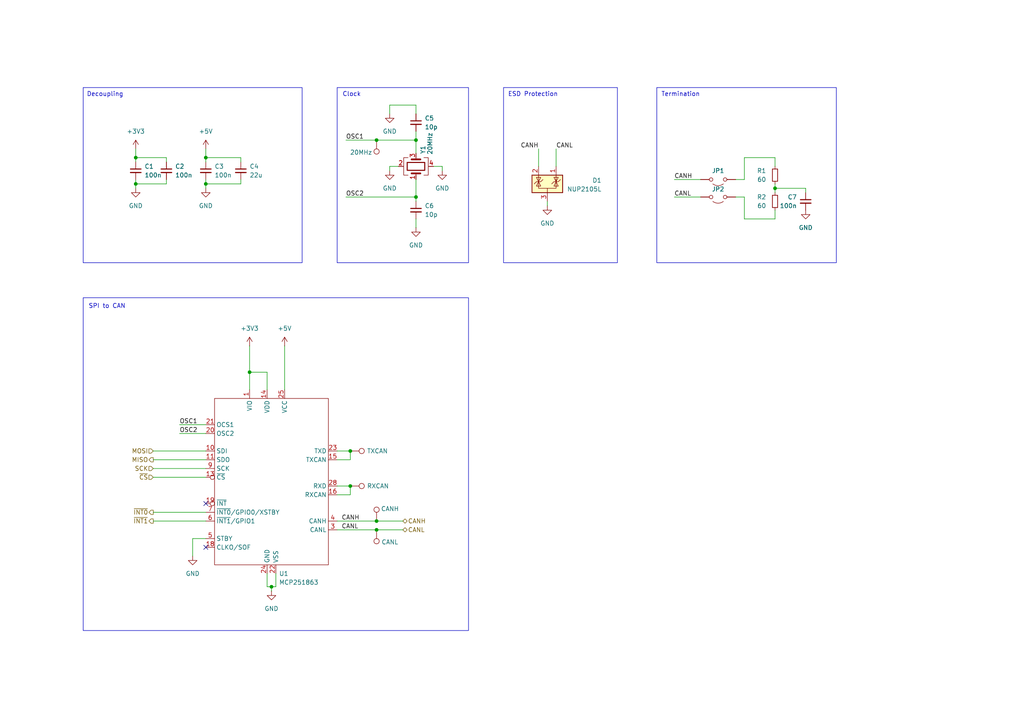
<source format=kicad_sch>
(kicad_sch (version 20241004) (generator "eeschema") (generator_version "8.99")
  (paper "A4")
  (lib_symbols
    (symbol "Connector:TestPoint" (pin_numbers (hide yes)) (pin_names (offset 0.762) (hide yes))
      (property "Reference" "TP" (at 0 6.858 0))
      (property "Value" "TestPoint" (at 0 5.08 0))
      (symbol "TestPoint_0_1"
        (circle (center 0 3.302) (radius 0.762))
      )
      (symbol "TestPoint_1_1"
        (pin passive line (at 0 0 90) (length 2.54) (name "1") (number "1"))
      )
    )
    (symbol "Device:C_Small" (pin_numbers (hide yes)) (pin_names (offset 0.254) (hide yes))
      (property "Reference" "C" (at 0.254 1.778 0))
      (property "Value" "C_Small" (at 0.254 -2.032 0))
      (symbol "C_Small_0_1"
        (polyline (pts (xy -1.524 0.508) (xy 1.524 0.508)) (stroke (width 0.3048)))
        (polyline (pts (xy -1.524 -0.508) (xy 1.524 -0.508)) (stroke (width 0.3302)))
      )
      (symbol "C_Small_1_1"
        (pin passive line (at 0 2.54 270) (length 2.032) (name "~") (number "1"))
        (pin passive line (at 0 -2.54 90) (length 2.032) (name "~") (number "2"))
      )
    )
    (symbol "Device:Crystal_GND24" (pin_names (offset 1.016) (hide yes))
      (property "Reference" "Y" (at 3.175 5.08 0))
      (property "Value" "Crystal_GND24" (at 3.175 3.175 0))
      (symbol "Crystal_GND24_0_1"
        (polyline (pts (xy -2.54 2.286) (xy -2.54 3.556) (xy 2.54 3.556) (xy 2.54 2.286)))
        (polyline (pts (xy -2.54 0) (xy -2.032 0)))
        (polyline (pts (xy -2.54 -2.286) (xy -2.54 -3.556) (xy 2.54 -3.556) (xy 2.54 -2.286)))
        (polyline (pts (xy -2.032 -1.27) (xy -2.032 1.27)) (stroke (width 0.508)))
        (rectangle (start -1.143 2.54) (end 1.143 -2.54) (stroke (width 0.3048)))
        (polyline (pts (xy 0 3.556) (xy 0 3.81)))
        (polyline (pts (xy 0 -3.81) (xy 0 -3.556)))
        (polyline (pts (xy 2.032 0) (xy 2.54 0)))
        (polyline (pts (xy 2.032 -1.27) (xy 2.032 1.27)) (stroke (width 0.508)))
      )
      (symbol "Crystal_GND24_1_1"
        (pin passive line (at -3.81 0 0) (length 1.27) (name "1") (number "1"))
        (pin passive line (at 0 5.08 270) (length 1.27) (name "2") (number "2"))
        (pin passive line (at 0 -5.08 90) (length 1.27) (name "4") (number "4"))
        (pin passive line (at 3.81 0 180) (length 1.27) (name "3") (number "3"))
      )
    )
    (symbol "Device:R_Small" (pin_numbers (hide yes)) (pin_names (offset 0.254) (hide yes))
      (property "Reference" "R" (at 0.762 0.508 0))
      (property "Value" "R_Small" (at 0.762 -1.016 0))
      (symbol "R_Small_0_1"
        (rectangle (start -0.762 1.778) (end 0.762 -1.778) (stroke (width 0.2032)))
      )
      (symbol "R_Small_1_1"
        (pin passive line (at 0 2.54 270) (length 0.762) (name "~") (number "1"))
        (pin passive line (at 0 -2.54 90) (length 0.762) (name "~") (number "2"))
      )
    )
    (symbol "Jumper:Jumper_2_Open" (pin_numbers (hide yes)) (pin_names (offset 0) (hide yes)) (exclude_from_sim yes)
      (property "Reference" "JP" (at 0 2.794 0))
      (property "Value" "Jumper_2_Open" (at 0 -2.286 0))
      (symbol "Jumper_2_Open_0_0"
        (circle (center -2.032 0) (radius 0.508))
        (circle (center 2.032 0) (radius 0.508))
      )
      (symbol "Jumper_2_Open_0_1"
        (arc (start -1.524 1.27) (mid 0 1.778) (end 1.524 1.27))
      )
      (symbol "Jumper_2_Open_1_1"
        (pin passive line (at -5.08 0 0) (length 2.54) (name "A") (number "1"))
        (pin passive line (at 5.08 0 180) (length 2.54) (name "B") (number "2"))
      )
    )
    (symbol "Power_Protection:NUP2105L" (pin_names (hide yes))
      (property "Reference" "D" (at 5.715 2.54 0))
      (property "Value" "NUP2105L" (at 5.715 0.635 0))
      (symbol "NUP2105L_0_0"
        (pin passive line (at 0 -5.08 90) (length 2.54) (name "A") (number "3"))
      )
      (symbol "NUP2105L_0_1"
        (rectangle (start -4.445 2.54) (end 4.445 -2.54) (stroke (width 0.254)) (fill (type background)))
        (polyline (pts (xy -3.81 1.27) (xy -3.175 0.635) (xy -1.905 0.635) (xy -1.27 0)))
        (polyline (pts (xy -2.54 2.54) (xy -2.54 0.635)))
        (polyline (pts (xy -2.54 0.635) (xy -3.175 1.905) (xy -1.905 1.905) (xy -2.54 0.635) (xy -2.54 1.27)))
        (polyline (pts (xy -2.54 0.635) (xy -2.54 -1.27) (xy 2.54 -1.27) (xy 2.54 0.635)))
        (polyline (pts (xy -2.54 0.635) (xy -1.905 -0.635) (xy -3.175 -0.635) (xy -2.54 0.635)))
        (polyline (pts (xy 0 -1.27) (xy 0 -2.54)))
        (polyline (pts (xy 1.27 1.27) (xy 1.905 0.635) (xy 2.54 0.635) (xy 3.175 0.635) (xy 3.81 0)))
        (polyline (pts (xy 2.54 2.54) (xy 2.54 0.635)))
        (polyline (pts (xy 2.54 0.635) (xy 1.905 -0.635) (xy 3.175 -0.635) (xy 2.54 0.635)))
        (polyline (pts (xy 2.54 0.635) (xy 3.175 1.905) (xy 1.905 1.905) (xy 2.54 0.635)))
      )
      (symbol "NUP2105L_1_1"
        (pin passive line (at -2.54 5.08 270) (length 2.54) (name "K") (number "1"))
        (pin passive line (at 2.54 5.08 270) (length 2.54) (name "K") (number "2"))
      )
    )
    (symbol "power:+3V3" (power) (pin_numbers (hide yes)) (pin_names (offset 0) (hide yes))
      (property "Value" "+3V3" (at 0 3.556 0))
      (symbol "+3V3_0_1"
        (polyline (pts (xy -0.762 1.27) (xy 0 2.54)))
        (polyline (pts (xy 0 2.54) (xy 0.762 1.27)))
        (polyline (pts (xy 0 0) (xy 0 2.54)))
      )
      (symbol "+3V3_1_1"
        (pin power_in line (at 0 0 90) (length 0) (name "~") (number "1"))
      )
    )
    (symbol "power:+5V" (power) (pin_numbers (hide yes)) (pin_names (offset 0) (hide yes))
      (property "Value" "+5V" (at 0 3.556 0))
      (symbol "+5V_0_1"
        (polyline (pts (xy -0.762 1.27) (xy 0 2.54)))
        (polyline (pts (xy 0 2.54) (xy 0.762 1.27)))
        (polyline (pts (xy 0 0) (xy 0 2.54)))
      )
      (symbol "+5V_1_1"
        (pin power_in line (at 0 0 90) (length 0) (name "~") (number "1"))
      )
    )
    (symbol "power:GND" (power) (pin_numbers (hide yes)) (pin_names (offset 0) (hide yes))
      (property "Value" "GND" (at 0 -3.81 0))
      (symbol "GND_0_1"
        (polyline (pts (xy 0 0) (xy 0 -1.27) (xy 1.27 -1.27) (xy 0 -2.54) (xy -1.27 -1.27) (xy 0 -1.27)))
      )
      (symbol "GND_1_1"
        (pin power_in line (at 0 0 270) (length 0) (name "~") (number "1"))
      )
    )
    (symbol "slcan:MCP251863"
      (property "Reference" "U" (at -13.97 27.432 0))
      (property "Value" "MCP251863" (at 13.462 -25.4 0))
      (symbol "MCP251863_0_0"
        (pin input line (at -17.78 17.78 0) (length 2.54) (name "OCS1") (number "21"))
        (pin output line (at -17.78 15.24 0) (length 2.54) (name "OSC2") (number "20"))
        (pin input line (at -17.78 10.16 0) (length 2.54) (name "SDI") (number "10"))
        (pin output line (at -17.78 7.62 0) (length 2.54) (name "SDO") (number "11"))
        (pin input line (at -17.78 5.08 0) (length 2.54) (name "SCK") (number "9"))
        (pin input inverted (at -17.78 2.54 0) (length 2.54) (name "~{CS}") (number "13"))
        (pin output inverted (at -17.78 -5.08 0) (length 2.54) (name "~{INT}") (number "19"))
        (pin input line (at -17.78 -15.24 0) (length 2.54) (name "STBY") (number "5"))
        (pin output line (at -17.78 -17.78 0) (length 2.54) (name "CLKO/SOF") (number "18"))
        (pin power_in line (at 0 27.94 270) (length 2.54) (name "VDD") (number "14"))
        (pin passive line (at 0 -25.4 90) (length 2.54) (name "GND") (number "24"))
        (pin passive line (at 2.54 -25.4 90) (length 2.54) (name "VSS") (number "22"))
        (pin power_in line (at 5.08 27.94 270) (length 2.54) (name "VCC") (number "25"))
        (pin input line (at 20.32 10.16 180) (length 2.54) (name "TXD") (number "23"))
        (pin output line (at 20.32 7.62 180) (length 2.54) (name "TXCAN") (number "15"))
        (pin output line (at 20.32 0 180) (length 2.54) (name "RXD") (number "28"))
        (pin input line (at 20.32 -2.54 180) (length 2.54) (name "RXCAN") (number "16"))
        (pin bidirectional line (at 20.32 -10.16 180) (length 2.54) (name "CANH") (number "4"))
        (pin bidirectional line (at 20.32 -12.7 180) (length 2.54) (name "CANL") (number "3"))
      )
      (symbol "MCP251863_0_1"
        (rectangle (start -15.24 25.4) (end 17.78 -22.86))
      )
      (symbol "MCP251863_1_0"
        (pin bidirectional line (at -17.78 -7.62 0) (length 2.54) (name "~{INT0}/GPIO0/XSTBY") (number "7"))
        (pin bidirectional line (at -17.78 -10.16 0) (length 2.54) (name "~{INT1}/GPIO1") (number "6"))
        (pin no_connect line (at -15.24 -25.4 90) (length 2.54) (hide yes) (name "NC") (number "12"))
        (pin no_connect line (at -12.7 -25.4 90) (length 2.54) (hide yes) (name "NC") (number "8"))
        (pin no_connect line (at -10.16 -25.4 90) (length 2.54) (hide yes) (name "NC") (number "2"))
        (pin no_connect line (at -7.62 -25.4 90) (length 2.54) (hide yes) (name "NC") (number "26"))
        (pin power_in line (at -5.08 27.94 270) (length 2.54) (name "VIO") (number "1"))
        (pin no_connect line (at -5.08 -25.4 90) (length 2.54) (hide yes) (name "NC") (number "27"))
        (pin no_connect line (at -2.54 -25.4 90) (length 2.54) (hide yes) (name "NC") (number "17"))
      )
    )
  )
  (rectangle (start 190.5 25.4) (end 242.57 76.2))
  (rectangle (start 24.13 25.4) (end 87.63 76.2))
  (rectangle (start 146.05 25.4) (end 179.07 76.2))
  (rectangle (start 24.13 86.36) (end 135.89 182.88))
  (rectangle (start 97.79 25.4) (end 135.89 76.2))
  (text "Clock" (at 99.314 27.432 0) (effects (font (size 1.27 1.27)) (justify left)))
  (text "ESD Protection" (at 147.32 27.432 0) (effects (font (size 1.27 1.27)) (justify left)))
  (text "Termination" (at 191.77 27.432 0) (effects (font (size 1.27 1.27)) (justify left)))
  (text "SPI to CAN" (at 25.654 88.9 0) (effects (font (size 1.27 1.27)) (justify left)))
  (text "Decoupling" (at 25.146 27.432 0) (effects (font (size 1.27 1.27)) (justify left)))
  (junction (at 59.69 53.34))
  (junction (at 39.37 53.34))
  (junction (at 72.39 107.95))
  (junction (at 78.74 170.18))
  (junction (at 120.65 57.15))
  (junction (at 101.6 130.81))
  (junction (at 120.65 40.64))
  (junction (at 109.22 153.67))
  (junction (at 109.22 151.13))
  (junction (at 224.79 54.61))
  (junction (at 109.22 40.64))
  (junction (at 39.37 45.72))
  (junction (at 59.69 45.72))
  (junction (at 101.6 140.97))
  (no_connect (at 59.69 146.05))
  (no_connect (at 59.69 158.75))
  (wire (pts (xy 109.22 153.67) (xy 116.84 153.67)))
  (wire (pts (xy 52.07 125.73) (xy 59.69 125.73)))
  (wire (pts (xy 233.68 55.88) (xy 233.68 54.61)))
  (wire (pts (xy 97.79 130.81) (xy 101.6 130.81)))
  (wire (pts (xy 113.03 48.26) (xy 113.03 49.53)))
  (wire (pts (xy 72.39 107.95) (xy 72.39 113.03)))
  (wire (pts (xy 69.85 46.99) (xy 69.85 45.72)))
  (wire (pts (xy 195.58 52.07) (xy 203.2 52.07)))
  (wire (pts (xy 120.65 63.5) (xy 120.65 66.04)))
  (wire (pts (xy 113.03 48.26) (xy 115.57 48.26)))
  (wire (pts (xy 44.45 130.81) (xy 59.69 130.81)))
  (wire (pts (xy 44.45 138.43) (xy 59.69 138.43)))
  (wire (pts (xy 39.37 53.34) (xy 39.37 54.61)))
  (wire (pts (xy 39.37 43.18) (xy 39.37 45.72)))
  (wire (pts (xy 113.03 30.48) (xy 120.65 30.48)))
  (wire (pts (xy 100.33 40.64) (xy 109.22 40.64)))
  (wire (pts (xy 59.69 53.34) (xy 69.85 53.34)))
  (wire (pts (xy 39.37 53.34) (xy 48.26 53.34)))
  (wire (pts (xy 52.07 123.19) (xy 59.69 123.19)))
  (wire (pts (xy 101.6 140.97) (xy 101.6 143.51)))
  (wire (pts (xy 44.45 148.59) (xy 59.69 148.59)))
  (wire (pts (xy 125.73 48.26) (xy 128.27 48.26)))
  (wire (pts (xy 69.85 45.72) (xy 59.69 45.72)))
  (wire (pts (xy 80.01 170.18) (xy 80.01 166.37)))
  (wire (pts (xy 120.65 38.1) (xy 120.65 40.64)))
  (wire (pts (xy 59.69 53.34) (xy 59.69 54.61)))
  (wire (pts (xy 55.88 156.21) (xy 55.88 161.29)))
  (wire (pts (xy 120.65 40.64) (xy 120.65 44.45)))
  (wire (pts (xy 224.79 53.34) (xy 224.79 54.61)))
  (wire (pts (xy 48.26 45.72) (xy 48.26 46.99)))
  (wire (pts (xy 224.79 60.96) (xy 224.79 63.5)))
  (wire (pts (xy 69.85 52.07) (xy 69.85 53.34)))
  (wire (pts (xy 59.69 156.21) (xy 55.88 156.21)))
  (wire (pts (xy 113.03 33.02) (xy 113.03 30.48)))
  (wire (pts (xy 215.9 45.72) (xy 215.9 52.07)))
  (wire (pts (xy 78.74 170.18) (xy 80.01 170.18)))
  (wire (pts (xy 44.45 133.35) (xy 59.69 133.35)))
  (wire (pts (xy 97.79 151.13) (xy 109.22 151.13)))
  (wire (pts (xy 78.74 171.45) (xy 78.74 170.18)))
  (wire (pts (xy 77.47 107.95) (xy 77.47 113.03)))
  (wire (pts (xy 128.27 48.26) (xy 128.27 49.53)))
  (wire (pts (xy 72.39 100.33) (xy 72.39 107.95)))
  (wire (pts (xy 224.79 54.61) (xy 224.79 55.88)))
  (wire (pts (xy 195.58 57.15) (xy 203.2 57.15)))
  (wire (pts (xy 97.79 153.67) (xy 109.22 153.67)))
  (wire (pts (xy 97.79 140.97) (xy 101.6 140.97)))
  (wire (pts (xy 59.69 45.72) (xy 59.69 46.99)))
  (wire (pts (xy 120.65 52.07) (xy 120.65 57.15)))
  (wire (pts (xy 215.9 52.07) (xy 213.36 52.07)))
  (wire (pts (xy 100.33 57.15) (xy 120.65 57.15)))
  (wire (pts (xy 224.79 48.26) (xy 224.79 45.72)))
  (wire (pts (xy 101.6 130.81) (xy 101.6 133.35)))
  (wire (pts (xy 59.69 52.07) (xy 59.69 53.34)))
  (wire (pts (xy 224.79 45.72) (xy 215.9 45.72)))
  (wire (pts (xy 59.69 43.18) (xy 59.69 45.72)))
  (wire (pts (xy 101.6 133.35) (xy 97.79 133.35)))
  (wire (pts (xy 44.45 151.13) (xy 59.69 151.13)))
  (wire (pts (xy 120.65 30.48) (xy 120.65 33.02)))
  (wire (pts (xy 77.47 166.37) (xy 77.47 170.18)))
  (wire (pts (xy 215.9 57.15) (xy 213.36 57.15)))
  (wire (pts (xy 77.47 170.18) (xy 78.74 170.18)))
  (wire (pts (xy 39.37 52.07) (xy 39.37 53.34)))
  (wire (pts (xy 101.6 143.51) (xy 97.79 143.51)))
  (wire (pts (xy 48.26 53.34) (xy 48.26 52.07)))
  (wire (pts (xy 215.9 63.5) (xy 215.9 57.15)))
  (wire (pts (xy 109.22 151.13) (xy 116.84 151.13)))
  (wire (pts (xy 44.45 135.89) (xy 59.69 135.89)))
  (wire (pts (xy 39.37 45.72) (xy 48.26 45.72)))
  (wire (pts (xy 39.37 46.99) (xy 39.37 45.72)))
  (wire (pts (xy 72.39 107.95) (xy 77.47 107.95)))
  (wire (pts (xy 161.29 43.18) (xy 161.29 48.26)))
  (wire (pts (xy 224.79 63.5) (xy 215.9 63.5)))
  (wire (pts (xy 109.22 40.64) (xy 120.65 40.64)))
  (wire (pts (xy 233.68 54.61) (xy 224.79 54.61)))
  (wire (pts (xy 158.75 58.42) (xy 158.75 59.69)))
  (wire (pts (xy 82.55 100.33) (xy 82.55 113.03)))
  (wire (pts (xy 156.21 43.18) (xy 156.21 48.26)))
  (wire (pts (xy 120.65 57.15) (xy 120.65 58.42)))
  (label "OSC1" (at 100.33 40.64 0))
  (label "CANL" (at 161.29 43.18 0))
  (label "CANH" (at 156.21 43.18 180))
  (label "OSC2" (at 100.33 57.15 0))
  (label "OSC1" (at 52.07 123.19 0))
  (label "CANL" (at 99.06 153.67 0))
  (label "CANH" (at 195.58 52.07 0))
  (label "CANL" (at 195.58 57.15 0))
  (label "OSC2" (at 52.07 125.73 0))
  (label "CANH" (at 99.06 151.13 0))
  (hierarchical_label "MOSI" (shape input) (at 44.45 130.81 180))
  (hierarchical_label "CANH" (shape bidirectional) (at 116.84 151.13 0))
  (hierarchical_label "~{CS}" (shape input) (at 44.45 138.43 180))
  (hierarchical_label "CANL" (shape bidirectional) (at 116.84 153.67 0))
  (hierarchical_label "~{INT1}" (shape output) (at 44.45 151.13 180))
  (hierarchical_label "SCK" (shape input) (at 44.45 135.89 180))
  (hierarchical_label "MISO" (shape output) (at 44.45 133.35 180))
  (hierarchical_label "~{INT0}" (shape output) (at 44.45 148.59 180))
  (symbol (lib_id "Connector:TestPoint") (at 109.22 40.64 180) (unit 1) (in_bom no)
    (property "Reference" "TP5" (effects (hide yes)))
    (property "Value" "20MHz" (at 107.95 44.196 0) (effects (justify left)))
    (property "Footprint" "TestPoint:TestPoint_THTPad_D1.0mm_Drill0.5mm" (effects (hide yes)))
    (property "Description" "test point" (effects (hide yes)))
  )
  (symbol (lib_id "Device:C_Small") (at 59.69 49.53 0) (unit 1)
    (property "Reference" "C3" (at 62.23 48.2662 0) (effects (justify left)))
    (property "Value" "100n" (at 62.23 50.8062 0) (effects (justify left)))
    (property "Footprint" "Capacitor_SMD:C_0402_1005Metric" (effects (hide yes)))
    (property "Description" "Unpolarized capacitor, small symbol" (effects (hide yes)))
    (property "LCSC Part#" "C1525" (effects (hide yes)))
  )
  (symbol (lib_id "slcan:MCP251863") (at 77.47 140.97 0) (unit 1)
    (property "Reference" "U1" (at 80.9341 166.37 0) (effects (justify left)))
    (property "Value" "MCP251863" (at 80.9341 168.91 0) (effects (justify left)))
    (property "Footprint" "Package_SO:SSOP-28_5.3x10.2mm_P0.65mm" (effects (hide yes)))
    (property "Datasheet" "https://www.lcsc.com/datasheet/lcsc_datasheet_2211080430_Microchip-Tech-MCP251863T-E-SS_C5226885.pdf" (effects (hide yes)))
    (property "Description" "External CAN FD Controller with Integrated Transceiver" (effects (hide yes)))
    (property "LCSC Part#" "C5226885" (effects (hide yes)))
  )
  (symbol (lib_id "Device:Crystal_GND24") (at 120.65 48.26 90) (unit 1)
    (property "Reference" "Y1" (at 122.682 43.434 0))
    (property "Value" "20MHz" (at 124.714 41.656 0))
    (property "Footprint" "Crystal:Crystal_SMD_3225-4Pin_3.2x2.5mm" (effects (hide yes)))
    (property "Datasheet" "https://www.lcsc.com/datasheet/lcsc_datasheet_2404101406_Huiyuan-crystal-HY20MSMD3225EB1R30_C7275100.pdf" (effects (hide yes)))
    (property "Description" "Four pin crystal, GND on pins 2 and 4" (effects (hide yes)))
    (property "LCSC Part#" "C7275100" (effects (hide yes)))
  )
  (symbol (lib_id "Connector:TestPoint") (at 109.22 151.13 0) (unit 1) (in_bom no)
    (property "Reference" "TP3" (effects (hide yes)))
    (property "Value" "CANH" (at 110.49 147.574 0) (effects (justify left)))
    (property "Footprint" "TestPoint:TestPoint_THTPad_D1.0mm_Drill0.5mm" (effects (hide yes)))
    (property "Description" "test point" (effects (hide yes)))
  )
  (symbol (lib_id "power:+5V") (at 82.55 100.33 0) (unit 1)
    (property "Reference" "#PWR011" (effects (hide yes)))
    (property "Value" "+5V" (at 82.55 95.25 0))
    (property "Description" "Power symbol creates a global label with name \"+5V\"" (effects (hide yes)))
  )
  (symbol (lib_id "power:GND") (at 233.68 60.96 0) (mirror y) (unit 1)
    (property "Reference" "#PWR017" (effects (hide yes)))
    (property "Value" "GND" (at 233.68 66.04 0))
    (property "Description" "Power symbol creates a global label with name \"GND\" , ground" (effects (hide yes)))
  )
  (symbol (lib_id "power:GND") (at 158.75 59.69 0) (unit 1)
    (property "Reference" "#PWR014" (effects (hide yes)))
    (property "Value" "GND" (at 158.75 64.77 0))
    (property "Description" "Power symbol creates a global label with name \"GND\" , ground" (effects (hide yes)))
  )
  (symbol (lib_id "power:GND") (at 113.03 49.53 0) (unit 1)
    (property "Reference" "#PWR013" (effects (hide yes)))
    (property "Value" "GND" (at 113.03 54.61 0))
    (property "Description" "Power symbol creates a global label with name \"GND\" , ground" (effects (hide yes)))
  )
  (symbol (lib_id "Connector:TestPoint") (at 101.6 130.81 270) (unit 1) (in_bom no)
    (property "Reference" "TP1" (effects (hide yes)))
    (property "Value" "TXCAN" (at 106.426 130.81 90) (effects (justify left)))
    (property "Footprint" "TestPoint:TestPoint_THTPad_D1.0mm_Drill0.5mm" (effects (hide yes)))
    (property "Description" "test point" (effects (hide yes)))
  )
  (symbol (lib_id "Device:R_Small") (at 224.79 58.42 0) (mirror y) (unit 1)
    (property "Reference" "R2" (at 222.25 57.1499 0) (effects (justify left)))
    (property "Value" "60" (at 222.25 59.6899 0) (effects (justify left)))
    (property "Footprint" "Resistor_SMD:R_0603_1608Metric" (effects (hide yes)))
    (property "Description" "Resistor, small symbol" (effects (hide yes)))
    (property "LCSC Part#" "C203704" (effects (hide yes)))
  )
  (symbol (lib_id "Device:C_Small") (at 233.68 58.42 0) (mirror y) (unit 1)
    (property "Reference" "C7" (at 231.14 57.1562 0) (effects (justify left)))
    (property "Value" "100n" (at 231.14 59.6962 0) (effects (justify left)))
    (property "Footprint" "Capacitor_SMD:C_0402_1005Metric" (effects (hide yes)))
    (property "Description" "Unpolarized capacitor, small symbol" (effects (hide yes)))
    (property "LCSC Part#" "C1525" (effects (hide yes)))
  )
  (symbol (lib_id "power:GND") (at 78.74 171.45 0) (unit 1)
    (property "Reference" "#PWR010" (effects (hide yes)))
    (property "Value" "GND" (at 78.74 176.53 0))
    (property "Description" "Power symbol creates a global label with name \"GND\" , ground" (effects (hide yes)))
  )
  (symbol (lib_id "Jumper:Jumper_2_Open") (at 208.28 52.07 180) (unit 1) (in_bom no)
    (property "Reference" "JP1" (at 208.28 49.53 0))
    (property "Value" "Jumper_2_Open" (effects (hide yes)))
    (property "Footprint" "Connector_PinHeader_2.54mm:PinHeader_1x02_P2.54mm_Vertical" (effects (hide yes)))
    (property "Description" "Jumper, 2-pole, open" (effects (hide yes)))
  )
  (symbol (lib_id "Device:C_Small") (at 48.26 49.53 0) (unit 1)
    (property "Reference" "C2" (at 50.8 48.2662 0) (effects (justify left)))
    (property "Value" "100n" (at 50.8 50.8062 0) (effects (justify left)))
    (property "Footprint" "Capacitor_SMD:C_0402_1005Metric" (effects (hide yes)))
    (property "Description" "Unpolarized capacitor, small symbol" (effects (hide yes)))
    (property "LCSC Part#" "C1525" (effects (hide yes)))
  )
  (symbol (lib_id "power:GND") (at 128.27 49.53 0) (unit 1)
    (property "Reference" "#PWR016" (effects (hide yes)))
    (property "Value" "GND" (at 128.27 54.61 0))
    (property "Description" "Power symbol creates a global label with name \"GND\" , ground" (effects (hide yes)))
  )
  (symbol (lib_id "Device:C_Small") (at 120.65 60.96 0) (unit 1)
    (property "Reference" "C6" (at 123.19 59.6962 0) (effects (justify left)))
    (property "Value" "10p" (at 123.19 62.2362 0) (effects (justify left)))
    (property "Footprint" "Capacitor_SMD:C_0402_1005Metric" (effects (hide yes)))
    (property "Description" "Unpolarized capacitor, small symbol" (effects (hide yes)))
    (property "LCSC Part#" "C32949" (effects (hide yes)))
  )
  (symbol (lib_id "power:+3V3") (at 39.37 43.18 0) (unit 1)
    (property "Reference" "#PWR01" (effects (hide yes)))
    (property "Value" "+3V3" (at 39.37 38.1 0))
    (property "Description" "Power symbol creates a global label with name \"+3V3\"" (effects (hide yes)))
  )
  (symbol (lib_id "power:GND") (at 39.37 54.61 0) (unit 1)
    (property "Reference" "#PWR05" (effects (hide yes)))
    (property "Value" "GND" (at 39.37 59.69 0))
    (property "Description" "Power symbol creates a global label with name \"GND\" , ground" (effects (hide yes)))
  )
  (symbol (lib_id "power:GND") (at 120.65 66.04 0) (unit 1)
    (property "Reference" "#PWR015" (effects (hide yes)))
    (property "Value" "GND" (at 120.65 71.12 0))
    (property "Description" "Power symbol creates a global label with name \"GND\" , ground" (effects (hide yes)))
  )
  (symbol (lib_id "Jumper:Jumper_2_Open") (at 208.28 57.15 180) (unit 1) (in_bom no)
    (property "Reference" "JP2" (at 208.28 54.864 0))
    (property "Value" "Jumper_2_Open" (effects (hide yes)))
    (property "Footprint" "Connector_PinHeader_2.54mm:PinHeader_1x02_P2.54mm_Vertical" (effects (hide yes)))
    (property "Description" "Jumper, 2-pole, open" (effects (hide yes)))
  )
  (symbol (lib_id "Device:C_Small") (at 39.37 49.53 0) (unit 1)
    (property "Reference" "C1" (at 41.91 48.2662 0) (effects (justify left)))
    (property "Value" "100n" (at 41.91 50.8062 0) (effects (justify left)))
    (property "Footprint" "Capacitor_SMD:C_0402_1005Metric" (effects (hide yes)))
    (property "Description" "Unpolarized capacitor, small symbol" (effects (hide yes)))
    (property "LCSC Part#" "C1525" (effects (hide yes)))
  )
  (symbol (lib_id "Connector:TestPoint") (at 109.22 153.67 180) (unit 1) (in_bom no)
    (property "Reference" "TP4" (effects (hide yes)))
    (property "Value" "CANL" (at 115.57 157.226 0) (effects (justify left)))
    (property "Footprint" "TestPoint:TestPoint_THTPad_D1.0mm_Drill0.5mm" (effects (hide yes)))
    (property "Description" "test point" (effects (hide yes)))
  )
  (symbol (lib_id "Device:R_Small") (at 224.79 50.8 0) (mirror y) (unit 1)
    (property "Reference" "R1" (at 222.25 49.5299 0) (effects (justify left)))
    (property "Value" "60" (at 222.25 52.0699 0) (effects (justify left)))
    (property "Footprint" "Resistor_SMD:R_0603_1608Metric" (effects (hide yes)))
    (property "Description" "Resistor, small symbol" (effects (hide yes)))
    (property "LCSC Part#" "C203704" (effects (hide yes)))
  )
  (symbol (lib_id "Power_Protection:NUP2105L") (at 158.75 53.34 0) (mirror y) (unit 1)
    (property "Reference" "D1" (at 174.498 52.324 0) (effects (justify left)))
    (property "Value" "NUP2105L" (at 174.498 54.864 0) (effects (justify left)))
    (property "Footprint" "Package_TO_SOT_SMD:SOT-23" (effects (hide yes)))
    (property "Datasheet" "https://www.onsemi.com/pub_link/Collateral/NUP2105L-D.PDF" (effects (hide yes)))
    (property "Description" "Dual Line CAN Bus Protector, 24Vrwm" (effects (hide yes)))
    (property "LCSC Part#" "C5158054" (effects (hide yes)))
  )
  (symbol (lib_id "power:GND") (at 113.03 33.02 0) (unit 1)
    (property "Reference" "#PWR012" (effects (hide yes)))
    (property "Value" "GND" (at 113.03 38.1 0))
    (property "Description" "Power symbol creates a global label with name \"GND\" , ground" (effects (hide yes)))
  )
  (symbol (lib_id "power:GND") (at 55.88 161.29 0) (unit 1)
    (property "Reference" "#PWR08" (effects (hide yes)))
    (property "Value" "GND" (at 55.88 166.37 0))
    (property "Description" "Power symbol creates a global label with name \"GND\" , ground" (effects (hide yes)))
  )
  (symbol (lib_id "Device:C_Small") (at 120.65 35.56 0) (unit 1)
    (property "Reference" "C5" (at 123.19 34.2962 0) (effects (justify left)))
    (property "Value" "10p" (at 123.19 36.8362 0) (effects (justify left)))
    (property "Footprint" "Capacitor_SMD:C_0402_1005Metric" (effects (hide yes)))
    (property "Description" "Unpolarized capacitor, small symbol" (effects (hide yes)))
    (property "LCSC Part#" "C32949" (effects (hide yes)))
  )
  (symbol (lib_id "power:+3V3") (at 72.39 100.33 0) (unit 1)
    (property "Reference" "#PWR09" (effects (hide yes)))
    (property "Value" "+3V3" (at 72.39 95.25 0))
    (property "Description" "Power symbol creates a global label with name \"+3V3\"" (effects (hide yes)))
  )
  (symbol (lib_id "Connector:TestPoint") (at 101.6 140.97 270) (unit 1) (in_bom no)
    (property "Reference" "TP2" (effects (hide yes)))
    (property "Value" "RXCAN" (at 106.426 140.97 90) (effects (justify left)))
    (property "Footprint" "TestPoint:TestPoint_THTPad_D1.0mm_Drill0.5mm" (effects (hide yes)))
    (property "Description" "test point" (effects (hide yes)))
  )
  (symbol (lib_id "power:GND") (at 59.69 54.61 0) (unit 1)
    (property "Reference" "#PWR07" (effects (hide yes)))
    (property "Value" "GND" (at 59.69 59.69 0))
    (property "Description" "Power symbol creates a global label with name \"GND\" , ground" (effects (hide yes)))
  )
  (symbol (lib_id "power:+5V") (at 59.69 43.18 0) (unit 1)
    (property "Reference" "#PWR06" (effects (hide yes)))
    (property "Value" "+5V" (at 59.69 38.1 0))
    (property "Description" "Power symbol creates a global label with name \"+5V\"" (effects (hide yes)))
  )
  (symbol (lib_id "Device:C_Small") (at 69.85 49.53 0) (unit 1)
    (property "Reference" "C4" (at 72.39 48.2662 0) (effects (justify left)))
    (property "Value" "22u" (at 72.39 50.8062 0) (effects (justify left)))
    (property "Footprint" "Capacitor_SMD:C_0402_1005Metric" (effects (hide yes)))
    (property "Description" "Unpolarized capacitor, small symbol" (effects (hide yes)))
    (property "LCSC Part#" "C22367823" (effects (hide yes)))
  )
)
</source>
